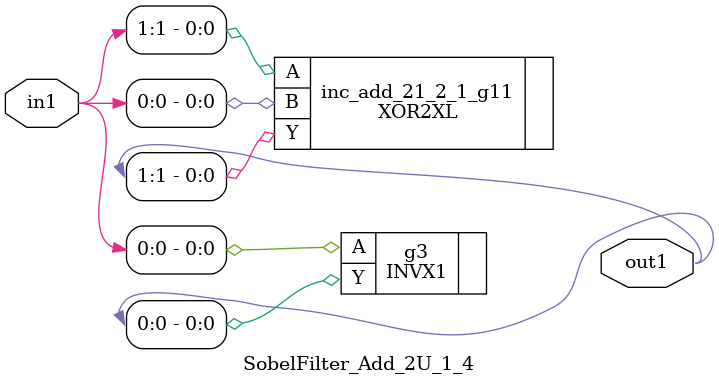
<source format=v>
`timescale 1ps / 1ps


module SobelFilter_Add_2U_1_4(in1, out1);
  input [1:0] in1;
  output [1:0] out1;
  wire [1:0] in1;
  wire [1:0] out1;
  INVX1 g3(.A (in1[0]), .Y (out1[0]));
  XOR2XL inc_add_21_2_1_g11(.A (in1[1]), .B (in1[0]), .Y (out1[1]));
endmodule



</source>
